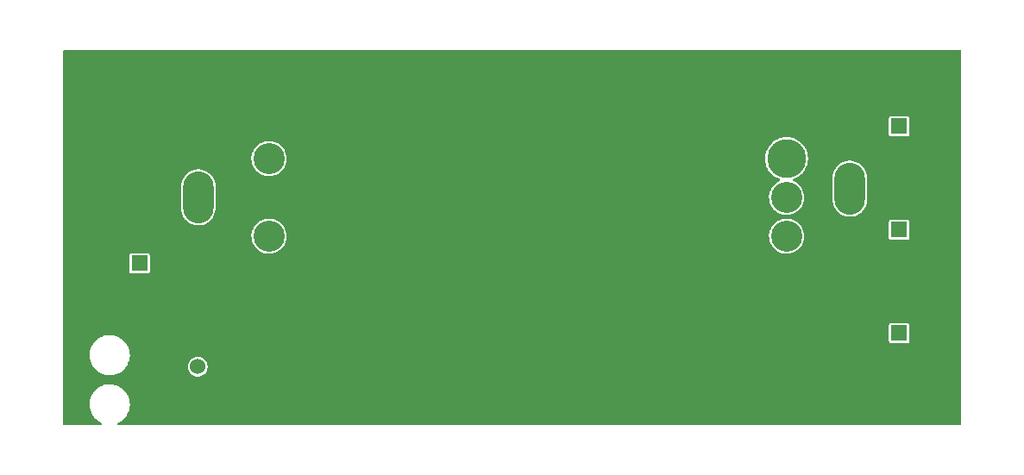
<source format=gbr>
%TF.GenerationSoftware,KiCad,Pcbnew,(6.0.7)*%
%TF.CreationDate,2023-03-20T21:12:09-05:00*%
%TF.ProjectId,2023,32303233-2e6b-4696-9361-645f70636258,rev?*%
%TF.SameCoordinates,Original*%
%TF.FileFunction,Copper,L2,Bot*%
%TF.FilePolarity,Positive*%
%FSLAX46Y46*%
G04 Gerber Fmt 4.6, Leading zero omitted, Abs format (unit mm)*
G04 Created by KiCad (PCBNEW (6.0.7)) date 2023-03-20 21:12:09*
%MOMM*%
%LPD*%
G01*
G04 APERTURE LIST*
%TA.AperFunction,ComponentPad*%
%ADD10O,3.000000X5.100000*%
%TD*%
%TA.AperFunction,ComponentPad*%
%ADD11C,3.048000*%
%TD*%
%TA.AperFunction,ComponentPad*%
%ADD12C,3.810000*%
%TD*%
%TA.AperFunction,ComponentPad*%
%ADD13C,1.524000*%
%TD*%
%TA.AperFunction,ComponentPad*%
%ADD14R,1.600000X1.600000*%
%TD*%
%TA.AperFunction,ComponentPad*%
%ADD15C,1.600000*%
%TD*%
%TA.AperFunction,ViaPad*%
%ADD16C,0.800000*%
%TD*%
%TA.AperFunction,Conductor*%
%ADD17C,5.080000*%
%TD*%
%TA.AperFunction,Conductor*%
%ADD18C,7.620000*%
%TD*%
G04 APERTURE END LIST*
D10*
%TO.P,Conn3,2,V+Log*%
%TO.N,Net-(C5-Pad1)*%
X178936600Y-79036000D03*
%TO.P,Conn3,1,GND*%
%TO.N,GND*%
X178936600Y-86910000D03*
%TD*%
D11*
%TO.P,VR1,3,-VIN*%
%TO.N,GND*%
X121920000Y-91313000D03*
%TO.P,VR1,2,REMOTE*%
%TO.N,Net-(Conn2-Pad2)*%
X121920000Y-83693000D03*
%TO.P,VR1,1,+VIN*%
%TO.N,Net-(C1-Pad1)*%
X121920000Y-76073000D03*
D12*
%TO.P,VR1,4,-VOUT*%
%TO.N,GND*%
X172720000Y-91313000D03*
%TO.P,VR1,8,+VOUT*%
%TO.N,Net-(C5-Pad1)*%
X172720000Y-76073000D03*
D11*
%TO.P,VR1,7,SENSE(+)*%
X172720000Y-79883000D03*
%TO.P,VR1,6,TRIM*%
%TO.N,unconnected-(VR1-Pad6)*%
X172720000Y-83693000D03*
%TO.P,VR1,5,SENSE(-)*%
%TO.N,GND*%
X172720000Y-87503000D03*
%TD*%
D13*
%TO.P,Conn2,2*%
%TO.N,Net-(Conn2-Pad2)*%
X114935000Y-96520000D03*
%TO.P,Conn2,1*%
%TO.N,GND*%
X114935000Y-99060000D03*
%TD*%
D10*
%TO.P,Conn1,2,V+Log*%
%TO.N,Net-(C1-Pad1)*%
X114997200Y-79883000D03*
%TO.P,Conn1,1,GND*%
%TO.N,GND*%
X114997200Y-87757000D03*
%TD*%
D14*
%TO.P,C7,1*%
%TO.N,Net-(C5-Pad1)*%
X183767349Y-72898000D03*
D15*
%TO.P,C7,2*%
%TO.N,GND*%
X187267349Y-72898000D03*
%TD*%
%TO.P,C6,2*%
%TO.N,GND*%
X187267349Y-93218000D03*
D14*
%TO.P,C6,1*%
%TO.N,Net-(C5-Pad1)*%
X183767349Y-93218000D03*
%TD*%
%TO.P,C5,1*%
%TO.N,Net-(C5-Pad1)*%
X183767349Y-83058000D03*
D15*
%TO.P,C5,2*%
%TO.N,GND*%
X187267349Y-83058000D03*
%TD*%
D14*
%TO.P,C1,1*%
%TO.N,Net-(C1-Pad1)*%
X109220000Y-86360000D03*
D15*
%TO.P,C1,2*%
%TO.N,GND*%
X109220000Y-84360000D03*
%TD*%
D16*
%TO.N,GND*%
X107696000Y-69850000D03*
X107696000Y-74168000D03*
X107696000Y-75692000D03*
X107696000Y-79248000D03*
X107696000Y-80772000D03*
%TD*%
D17*
%TO.N,GND*%
X118364000Y-87757000D02*
X121920000Y-91313000D01*
X114997200Y-87757000D02*
X118364000Y-87757000D01*
D18*
X172720000Y-91313000D02*
X174533600Y-91313000D01*
X174533600Y-91313000D02*
X178936600Y-86910000D01*
%TD*%
%TA.AperFunction,Conductor*%
%TO.N,GND*%
G36*
X189806621Y-65425502D02*
G01*
X189853114Y-65479158D01*
X189864500Y-65531500D01*
X189864500Y-102108500D01*
X189844498Y-102176621D01*
X189790842Y-102223114D01*
X189738500Y-102234500D01*
X107192955Y-102234500D01*
X107124834Y-102214498D01*
X107078341Y-102160842D01*
X107068237Y-102090568D01*
X107097731Y-102025988D01*
X107133123Y-101997612D01*
X107352314Y-101879343D01*
X107356230Y-101877230D01*
X107581262Y-101711019D01*
X107623060Y-101669873D01*
X107777448Y-101517890D01*
X107780629Y-101514759D01*
X107783330Y-101511220D01*
X107783336Y-101511213D01*
X107947653Y-101295905D01*
X107950355Y-101292365D01*
X108087052Y-101048275D01*
X108088653Y-101044136D01*
X108088657Y-101044128D01*
X108186389Y-100791503D01*
X108187992Y-100787360D01*
X108251162Y-100514826D01*
X108275302Y-100236109D01*
X108259929Y-99956772D01*
X108205350Y-99682387D01*
X108112655Y-99418430D01*
X107983693Y-99170168D01*
X107821037Y-98942552D01*
X107627932Y-98740127D01*
X107575739Y-98698981D01*
X107411727Y-98569684D01*
X107411725Y-98569682D01*
X107408232Y-98566929D01*
X107294253Y-98500725D01*
X107170174Y-98428653D01*
X107170168Y-98428650D01*
X107166320Y-98426415D01*
X107097112Y-98398383D01*
X106911154Y-98323062D01*
X106911146Y-98323059D01*
X106907022Y-98321389D01*
X106635513Y-98253946D01*
X106396923Y-98229500D01*
X106223734Y-98229500D01*
X106015939Y-98244213D01*
X106011584Y-98245151D01*
X106011581Y-98245151D01*
X105746792Y-98302158D01*
X105746790Y-98302158D01*
X105742445Y-98303094D01*
X105479977Y-98399924D01*
X105476059Y-98402038D01*
X105430881Y-98426415D01*
X105233770Y-98532770D01*
X105008738Y-98698981D01*
X105005559Y-98702110D01*
X105005556Y-98702113D01*
X104910851Y-98795343D01*
X104809371Y-98895241D01*
X104806670Y-98898780D01*
X104806664Y-98898787D01*
X104693828Y-99046639D01*
X104639645Y-99117635D01*
X104502948Y-99361725D01*
X104501347Y-99365864D01*
X104501343Y-99365872D01*
X104426572Y-99559146D01*
X104402008Y-99622640D01*
X104338838Y-99895174D01*
X104314698Y-100173891D01*
X104330071Y-100453228D01*
X104384650Y-100727613D01*
X104477345Y-100991570D01*
X104606307Y-101239832D01*
X104768963Y-101467448D01*
X104962068Y-101669873D01*
X104965564Y-101672629D01*
X104965565Y-101672630D01*
X105017627Y-101713672D01*
X105181768Y-101843071D01*
X105240577Y-101877230D01*
X105419826Y-101981347D01*
X105419832Y-101981350D01*
X105423680Y-101983585D01*
X105427819Y-101985261D01*
X105427818Y-101985261D01*
X105443754Y-101991716D01*
X105499384Y-102035828D01*
X105522333Y-102103013D01*
X105505317Y-102171940D01*
X105453737Y-102220725D01*
X105396453Y-102234500D01*
X101853500Y-102234500D01*
X101785379Y-102214498D01*
X101738886Y-102160842D01*
X101727500Y-102108500D01*
X101727500Y-95345891D01*
X104318698Y-95345891D01*
X104334071Y-95625228D01*
X104388650Y-95899613D01*
X104481345Y-96163570D01*
X104610307Y-96411832D01*
X104650377Y-96467905D01*
X104709407Y-96550509D01*
X104772963Y-96639448D01*
X104966068Y-96841873D01*
X104969564Y-96844629D01*
X104969565Y-96844630D01*
X105021627Y-96885672D01*
X105185768Y-97015071D01*
X105243744Y-97048746D01*
X105423826Y-97153347D01*
X105423832Y-97153350D01*
X105427680Y-97155585D01*
X105431813Y-97157259D01*
X105682846Y-97258938D01*
X105682854Y-97258941D01*
X105686978Y-97260611D01*
X105958487Y-97328054D01*
X106197077Y-97352500D01*
X106370266Y-97352500D01*
X106578061Y-97337787D01*
X106582416Y-97336849D01*
X106582419Y-97336849D01*
X106847208Y-97279842D01*
X106847210Y-97279842D01*
X106851555Y-97278906D01*
X107114023Y-97182076D01*
X107160017Y-97157259D01*
X107356314Y-97051343D01*
X107360230Y-97049230D01*
X107585262Y-96883019D01*
X107598376Y-96870110D01*
X107736364Y-96734272D01*
X107784629Y-96686759D01*
X107787330Y-96683220D01*
X107787336Y-96683213D01*
X107917513Y-96512639D01*
X107922201Y-96506496D01*
X113967937Y-96506496D01*
X113968453Y-96512639D01*
X113982777Y-96683213D01*
X113983732Y-96694590D01*
X113985431Y-96700515D01*
X114025965Y-96841873D01*
X114035760Y-96876034D01*
X114122040Y-97043917D01*
X114125865Y-97048743D01*
X114125867Y-97048746D01*
X114235456Y-97187014D01*
X114235460Y-97187019D01*
X114239285Y-97191844D01*
X114383030Y-97314180D01*
X114388408Y-97317186D01*
X114388410Y-97317187D01*
X114451313Y-97352342D01*
X114547800Y-97406267D01*
X114727317Y-97464595D01*
X114914745Y-97486945D01*
X114920880Y-97486473D01*
X114920882Y-97486473D01*
X115096803Y-97472937D01*
X115096807Y-97472936D01*
X115102945Y-97472464D01*
X115108877Y-97470808D01*
X115108881Y-97470807D01*
X115278804Y-97423363D01*
X115278808Y-97423362D01*
X115284748Y-97421703D01*
X115422061Y-97352342D01*
X115447728Y-97339377D01*
X115447730Y-97339376D01*
X115453229Y-97336598D01*
X115601970Y-97220388D01*
X115605996Y-97215724D01*
X115605999Y-97215721D01*
X115721278Y-97082169D01*
X115721279Y-97082167D01*
X115725307Y-97077501D01*
X115818542Y-96913378D01*
X115878123Y-96734272D01*
X115901780Y-96547005D01*
X115902157Y-96520000D01*
X115883738Y-96332145D01*
X115829181Y-96151445D01*
X115740566Y-95984783D01*
X115621266Y-95838508D01*
X115615475Y-95833717D01*
X115480577Y-95722120D01*
X115480574Y-95722118D01*
X115475827Y-95718191D01*
X115309788Y-95628414D01*
X115129474Y-95572597D01*
X115123356Y-95571954D01*
X115123351Y-95571953D01*
X114947881Y-95553511D01*
X114947879Y-95553511D01*
X114941752Y-95552867D01*
X114826125Y-95563390D01*
X114759914Y-95569415D01*
X114759913Y-95569415D01*
X114753773Y-95569974D01*
X114572697Y-95623268D01*
X114567232Y-95626125D01*
X114442822Y-95691165D01*
X114405420Y-95710718D01*
X114258316Y-95828993D01*
X114136986Y-95973588D01*
X114046052Y-96138996D01*
X113988978Y-96318917D01*
X113988292Y-96325036D01*
X113988291Y-96325039D01*
X113978149Y-96415453D01*
X113967937Y-96506496D01*
X107922201Y-96506496D01*
X107954355Y-96464365D01*
X108031707Y-96326243D01*
X108088876Y-96224161D01*
X108088877Y-96224158D01*
X108091052Y-96220275D01*
X108092653Y-96216136D01*
X108092657Y-96216128D01*
X108180052Y-95990224D01*
X108191992Y-95959360D01*
X108221115Y-95833717D01*
X108249624Y-95710718D01*
X108255162Y-95686826D01*
X108279302Y-95408109D01*
X108263929Y-95128772D01*
X108209350Y-94854387D01*
X108116655Y-94590430D01*
X107987693Y-94342168D01*
X107886080Y-94199974D01*
X107827625Y-94118173D01*
X107827622Y-94118169D01*
X107825037Y-94114552D01*
X107751769Y-94037748D01*
X182766849Y-94037748D01*
X182768056Y-94043816D01*
X182772716Y-94067241D01*
X182778482Y-94096231D01*
X182822797Y-94162552D01*
X182889118Y-94206867D01*
X182901287Y-94209288D01*
X182901288Y-94209288D01*
X182941533Y-94217293D01*
X182947601Y-94218500D01*
X184587097Y-94218500D01*
X184593165Y-94217293D01*
X184633410Y-94209288D01*
X184633411Y-94209288D01*
X184645580Y-94206867D01*
X184711901Y-94162552D01*
X184756216Y-94096231D01*
X184761983Y-94067241D01*
X184766642Y-94043816D01*
X184767849Y-94037748D01*
X184767849Y-92398252D01*
X184756216Y-92339769D01*
X184711901Y-92273448D01*
X184645580Y-92229133D01*
X184633411Y-92226712D01*
X184633410Y-92226712D01*
X184593165Y-92218707D01*
X184587097Y-92217500D01*
X182947601Y-92217500D01*
X182941533Y-92218707D01*
X182901288Y-92226712D01*
X182901287Y-92226712D01*
X182889118Y-92229133D01*
X182822797Y-92273448D01*
X182778482Y-92339769D01*
X182766849Y-92398252D01*
X182766849Y-94037748D01*
X107751769Y-94037748D01*
X107631932Y-93912127D01*
X107579739Y-93870981D01*
X107415727Y-93741684D01*
X107415725Y-93741682D01*
X107412232Y-93738929D01*
X107298253Y-93672725D01*
X107174174Y-93600653D01*
X107174168Y-93600650D01*
X107170320Y-93598415D01*
X107101112Y-93570383D01*
X106915154Y-93495062D01*
X106915146Y-93495059D01*
X106911022Y-93493389D01*
X106639513Y-93425946D01*
X106400923Y-93401500D01*
X106227734Y-93401500D01*
X106019939Y-93416213D01*
X106015584Y-93417151D01*
X106015581Y-93417151D01*
X105750792Y-93474158D01*
X105750790Y-93474158D01*
X105746445Y-93475094D01*
X105483977Y-93571924D01*
X105480059Y-93574038D01*
X105434881Y-93598415D01*
X105237770Y-93704770D01*
X105012738Y-93870981D01*
X105009559Y-93874110D01*
X105009556Y-93874113D01*
X104914851Y-93967343D01*
X104813371Y-94067241D01*
X104810670Y-94070780D01*
X104810664Y-94070787D01*
X104748502Y-94152239D01*
X104643645Y-94289635D01*
X104506948Y-94533725D01*
X104505347Y-94537864D01*
X104505343Y-94537872D01*
X104430572Y-94731146D01*
X104406008Y-94794640D01*
X104342838Y-95067174D01*
X104318698Y-95345891D01*
X101727500Y-95345891D01*
X101727500Y-87179748D01*
X108219500Y-87179748D01*
X108231133Y-87238231D01*
X108275448Y-87304552D01*
X108341769Y-87348867D01*
X108353938Y-87351288D01*
X108353939Y-87351288D01*
X108394184Y-87359293D01*
X108400252Y-87360500D01*
X110039748Y-87360500D01*
X110045816Y-87359293D01*
X110086061Y-87351288D01*
X110086062Y-87351288D01*
X110098231Y-87348867D01*
X110164552Y-87304552D01*
X110208867Y-87238231D01*
X110220500Y-87179748D01*
X110220500Y-85540252D01*
X110208867Y-85481769D01*
X110164552Y-85415448D01*
X110098231Y-85371133D01*
X110086062Y-85368712D01*
X110086061Y-85368712D01*
X110045816Y-85360707D01*
X110039748Y-85359500D01*
X108400252Y-85359500D01*
X108394184Y-85360707D01*
X108353939Y-85368712D01*
X108353938Y-85368712D01*
X108341769Y-85371133D01*
X108275448Y-85415448D01*
X108231133Y-85481769D01*
X108219500Y-85540252D01*
X108219500Y-87179748D01*
X101727500Y-87179748D01*
X101727500Y-83647731D01*
X120191257Y-83647731D01*
X120203554Y-83903753D01*
X120253559Y-84155145D01*
X120340173Y-84396384D01*
X120461493Y-84622172D01*
X120464288Y-84625915D01*
X120464290Y-84625918D01*
X120612062Y-84823808D01*
X120612067Y-84823814D01*
X120614854Y-84827546D01*
X120618163Y-84830826D01*
X120618168Y-84830832D01*
X120717671Y-84929470D01*
X120796886Y-85007997D01*
X120800648Y-85010755D01*
X120800651Y-85010758D01*
X120907420Y-85089044D01*
X121003592Y-85159560D01*
X121007727Y-85161736D01*
X121007731Y-85161738D01*
X121131660Y-85226940D01*
X121230429Y-85278905D01*
X121366071Y-85326273D01*
X121464675Y-85360707D01*
X121472415Y-85363410D01*
X121477008Y-85364282D01*
X121710208Y-85408557D01*
X121724234Y-85411220D01*
X121846039Y-85416006D01*
X121975685Y-85421100D01*
X121975690Y-85421100D01*
X121980353Y-85421283D01*
X122235146Y-85393378D01*
X122239657Y-85392190D01*
X122239659Y-85392190D01*
X122478494Y-85329310D01*
X122478496Y-85329309D01*
X122483017Y-85328119D01*
X122487314Y-85326273D01*
X122714224Y-85228785D01*
X122714226Y-85228784D01*
X122718518Y-85226940D01*
X122936478Y-85092062D01*
X123132108Y-84926450D01*
X123301109Y-84733740D01*
X123439770Y-84518168D01*
X123545044Y-84284468D01*
X123546314Y-84279965D01*
X123613349Y-84042278D01*
X123613350Y-84042275D01*
X123614619Y-84037774D01*
X123646966Y-83783506D01*
X123649336Y-83693000D01*
X123645972Y-83647731D01*
X170991257Y-83647731D01*
X171003554Y-83903753D01*
X171053559Y-84155145D01*
X171140173Y-84396384D01*
X171261493Y-84622172D01*
X171264288Y-84625915D01*
X171264290Y-84625918D01*
X171412062Y-84823808D01*
X171412067Y-84823814D01*
X171414854Y-84827546D01*
X171418163Y-84830826D01*
X171418168Y-84830832D01*
X171517671Y-84929470D01*
X171596886Y-85007997D01*
X171600648Y-85010755D01*
X171600651Y-85010758D01*
X171707420Y-85089044D01*
X171803592Y-85159560D01*
X171807727Y-85161736D01*
X171807731Y-85161738D01*
X171931660Y-85226940D01*
X172030429Y-85278905D01*
X172166071Y-85326273D01*
X172264675Y-85360707D01*
X172272415Y-85363410D01*
X172277008Y-85364282D01*
X172510208Y-85408557D01*
X172524234Y-85411220D01*
X172646039Y-85416006D01*
X172775685Y-85421100D01*
X172775690Y-85421100D01*
X172780353Y-85421283D01*
X173035146Y-85393378D01*
X173039657Y-85392190D01*
X173039659Y-85392190D01*
X173278494Y-85329310D01*
X173278496Y-85329309D01*
X173283017Y-85328119D01*
X173287314Y-85326273D01*
X173514224Y-85228785D01*
X173514226Y-85228784D01*
X173518518Y-85226940D01*
X173736478Y-85092062D01*
X173932108Y-84926450D01*
X174101109Y-84733740D01*
X174239770Y-84518168D01*
X174345044Y-84284468D01*
X174346314Y-84279965D01*
X174413349Y-84042278D01*
X174413350Y-84042275D01*
X174414619Y-84037774D01*
X174434977Y-83877748D01*
X182766849Y-83877748D01*
X182778482Y-83936231D01*
X182822797Y-84002552D01*
X182889118Y-84046867D01*
X182901287Y-84049288D01*
X182901288Y-84049288D01*
X182941533Y-84057293D01*
X182947601Y-84058500D01*
X184587097Y-84058500D01*
X184593165Y-84057293D01*
X184633410Y-84049288D01*
X184633411Y-84049288D01*
X184645580Y-84046867D01*
X184711901Y-84002552D01*
X184756216Y-83936231D01*
X184767849Y-83877748D01*
X184767849Y-82238252D01*
X184760828Y-82202954D01*
X184758637Y-82191939D01*
X184758637Y-82191938D01*
X184756216Y-82179769D01*
X184711901Y-82113448D01*
X184645580Y-82069133D01*
X184633411Y-82066712D01*
X184633410Y-82066712D01*
X184593165Y-82058707D01*
X184587097Y-82057500D01*
X182947601Y-82057500D01*
X182941533Y-82058707D01*
X182901288Y-82066712D01*
X182901287Y-82066712D01*
X182889118Y-82069133D01*
X182822797Y-82113448D01*
X182778482Y-82179769D01*
X182776061Y-82191938D01*
X182776061Y-82191939D01*
X182773870Y-82202954D01*
X182766849Y-82238252D01*
X182766849Y-83877748D01*
X174434977Y-83877748D01*
X174446966Y-83783506D01*
X174449336Y-83693000D01*
X174430341Y-83437388D01*
X174373772Y-83187391D01*
X174372079Y-83183037D01*
X174282566Y-82952855D01*
X174282565Y-82952853D01*
X174280873Y-82948502D01*
X174153685Y-82725968D01*
X174074342Y-82625323D01*
X173997892Y-82528346D01*
X173997889Y-82528343D01*
X173995000Y-82524678D01*
X173808306Y-82349054D01*
X173705013Y-82277397D01*
X173601546Y-82205619D01*
X173601543Y-82205617D01*
X173597704Y-82202954D01*
X173550690Y-82179769D01*
X173372009Y-82091653D01*
X173372006Y-82091652D01*
X173367821Y-82089588D01*
X173325454Y-82076026D01*
X173224029Y-82043560D01*
X173123705Y-82011446D01*
X173119098Y-82010696D01*
X173119095Y-82010695D01*
X172875333Y-81970996D01*
X172875334Y-81970996D01*
X172870722Y-81970245D01*
X172746296Y-81968616D01*
X172619104Y-81966951D01*
X172619101Y-81966951D01*
X172614427Y-81966890D01*
X172360451Y-82001454D01*
X172355965Y-82002762D01*
X172355963Y-82002762D01*
X172326170Y-82011446D01*
X172114374Y-82073179D01*
X171881601Y-82180489D01*
X171833580Y-82211973D01*
X171671160Y-82318460D01*
X171671155Y-82318464D01*
X171667247Y-82321026D01*
X171476020Y-82491702D01*
X171312121Y-82688769D01*
X171179150Y-82907898D01*
X171080030Y-83144274D01*
X171016936Y-83392704D01*
X170991257Y-83647731D01*
X123645972Y-83647731D01*
X123630341Y-83437388D01*
X123573772Y-83187391D01*
X123572079Y-83183037D01*
X123482566Y-82952855D01*
X123482565Y-82952853D01*
X123480873Y-82948502D01*
X123353685Y-82725968D01*
X123274342Y-82625323D01*
X123197892Y-82528346D01*
X123197889Y-82528343D01*
X123195000Y-82524678D01*
X123008306Y-82349054D01*
X122905013Y-82277397D01*
X122801546Y-82205619D01*
X122801543Y-82205617D01*
X122797704Y-82202954D01*
X122750690Y-82179769D01*
X122572009Y-82091653D01*
X122572006Y-82091652D01*
X122567821Y-82089588D01*
X122525454Y-82076026D01*
X122424029Y-82043560D01*
X122323705Y-82011446D01*
X122319098Y-82010696D01*
X122319095Y-82010695D01*
X122075333Y-81970996D01*
X122075334Y-81970996D01*
X122070722Y-81970245D01*
X121946296Y-81968616D01*
X121819104Y-81966951D01*
X121819101Y-81966951D01*
X121814427Y-81966890D01*
X121560451Y-82001454D01*
X121555965Y-82002762D01*
X121555963Y-82002762D01*
X121526170Y-82011446D01*
X121314374Y-82073179D01*
X121081601Y-82180489D01*
X121033580Y-82211973D01*
X120871160Y-82318460D01*
X120871155Y-82318464D01*
X120867247Y-82321026D01*
X120676020Y-82491702D01*
X120512121Y-82688769D01*
X120379150Y-82907898D01*
X120280030Y-83144274D01*
X120216936Y-83392704D01*
X120191257Y-83647731D01*
X101727500Y-83647731D01*
X101727500Y-80998782D01*
X113296700Y-80998782D01*
X113296881Y-81001161D01*
X113296881Y-81001162D01*
X113305881Y-81119470D01*
X113311320Y-81190976D01*
X113369739Y-81443015D01*
X113465610Y-81683318D01*
X113596727Y-81906354D01*
X113599748Y-81910065D01*
X113599751Y-81910069D01*
X113674150Y-82001454D01*
X113760071Y-82106991D01*
X113951885Y-82280613D01*
X113955883Y-82283254D01*
X113955884Y-82283255D01*
X114060337Y-82352260D01*
X114167753Y-82423222D01*
X114172093Y-82425223D01*
X114172097Y-82425225D01*
X114398357Y-82529532D01*
X114398360Y-82529533D01*
X114402709Y-82531538D01*
X114651345Y-82603068D01*
X114656083Y-82603679D01*
X114656087Y-82603680D01*
X114903204Y-82635556D01*
X114907941Y-82636167D01*
X115048932Y-82632844D01*
X115161810Y-82630184D01*
X115161814Y-82630184D01*
X115166590Y-82630071D01*
X115247578Y-82615718D01*
X115416638Y-82585756D01*
X115416642Y-82585755D01*
X115421342Y-82584922D01*
X115666333Y-82501759D01*
X115895925Y-82382495D01*
X116104836Y-82229875D01*
X116129220Y-82205619D01*
X116243784Y-82091653D01*
X116288258Y-82047411D01*
X116291099Y-82043565D01*
X116291103Y-82043560D01*
X116439125Y-81843154D01*
X116439126Y-81843153D01*
X116441970Y-81839302D01*
X116468348Y-81789167D01*
X116560205Y-81614574D01*
X116560206Y-81614572D01*
X116562434Y-81610337D01*
X116646879Y-81365785D01*
X116693361Y-81111274D01*
X116697700Y-81028481D01*
X116697700Y-78767218D01*
X116683080Y-78575024D01*
X116667652Y-78508460D01*
X116625742Y-78327649D01*
X116624661Y-78322985D01*
X116528790Y-78082682D01*
X116397673Y-77859646D01*
X116365927Y-77820651D01*
X116237351Y-77662721D01*
X116234329Y-77659009D01*
X116042515Y-77485387D01*
X115826647Y-77342778D01*
X115822307Y-77340777D01*
X115822303Y-77340775D01*
X115596043Y-77236468D01*
X115596040Y-77236467D01*
X115591691Y-77234462D01*
X115343055Y-77162932D01*
X115338317Y-77162321D01*
X115338313Y-77162320D01*
X115091196Y-77130444D01*
X115086459Y-77129833D01*
X114945468Y-77133156D01*
X114832590Y-77135816D01*
X114832586Y-77135816D01*
X114827810Y-77135929D01*
X114785317Y-77143460D01*
X114577762Y-77180244D01*
X114577758Y-77180245D01*
X114573058Y-77181078D01*
X114328067Y-77264241D01*
X114098475Y-77383505D01*
X113889564Y-77536125D01*
X113886172Y-77539499D01*
X113886170Y-77539501D01*
X113798688Y-77626526D01*
X113706142Y-77718589D01*
X113703301Y-77722435D01*
X113703297Y-77722440D01*
X113604699Y-77855931D01*
X113552430Y-77926698D01*
X113550204Y-77930928D01*
X113550202Y-77930932D01*
X113472536Y-78078552D01*
X113431966Y-78155663D01*
X113347521Y-78400215D01*
X113301039Y-78654726D01*
X113296700Y-78737519D01*
X113296700Y-80998782D01*
X101727500Y-80998782D01*
X101727500Y-76027731D01*
X120191257Y-76027731D01*
X120191481Y-76032398D01*
X120191481Y-76032403D01*
X120197405Y-76155742D01*
X120203554Y-76283753D01*
X120253559Y-76535145D01*
X120340173Y-76776384D01*
X120375823Y-76842733D01*
X120434281Y-76951527D01*
X120461493Y-77002172D01*
X120464288Y-77005915D01*
X120464290Y-77005918D01*
X120612062Y-77203808D01*
X120612067Y-77203814D01*
X120614854Y-77207546D01*
X120618163Y-77210826D01*
X120618168Y-77210832D01*
X120792736Y-77383883D01*
X120796886Y-77387997D01*
X120800648Y-77390755D01*
X120800651Y-77390758D01*
X120923247Y-77480649D01*
X121003592Y-77539560D01*
X121007727Y-77541736D01*
X121007731Y-77541738D01*
X121131660Y-77606940D01*
X121230429Y-77658905D01*
X121366071Y-77706273D01*
X121442007Y-77732791D01*
X121472415Y-77743410D01*
X121477008Y-77744282D01*
X121624002Y-77772190D01*
X121724234Y-77791220D01*
X121846039Y-77796006D01*
X121975685Y-77801100D01*
X121975690Y-77801100D01*
X121980353Y-77801283D01*
X122235146Y-77773378D01*
X122239657Y-77772190D01*
X122239659Y-77772190D01*
X122478494Y-77709310D01*
X122478496Y-77709309D01*
X122483017Y-77708119D01*
X122588684Y-77662721D01*
X122714224Y-77608785D01*
X122714226Y-77608784D01*
X122718518Y-77606940D01*
X122914945Y-77485387D01*
X122932503Y-77474522D01*
X122932505Y-77474521D01*
X122936478Y-77472062D01*
X123036900Y-77387049D01*
X123128541Y-77309470D01*
X123128543Y-77309468D01*
X123132108Y-77306450D01*
X123301109Y-77113740D01*
X123320283Y-77083932D01*
X123437242Y-76902098D01*
X123439770Y-76898168D01*
X123545044Y-76664468D01*
X123553145Y-76635745D01*
X123613349Y-76422278D01*
X123613350Y-76422275D01*
X123614619Y-76417774D01*
X123625071Y-76335615D01*
X123646568Y-76166637D01*
X123646568Y-76166631D01*
X123646966Y-76163506D01*
X123649336Y-76073000D01*
X123647694Y-76050900D01*
X170609696Y-76050900D01*
X170626221Y-76337506D01*
X170627046Y-76341713D01*
X170627047Y-76341718D01*
X170641969Y-76417774D01*
X170681491Y-76619217D01*
X170682878Y-76623267D01*
X170682879Y-76623272D01*
X170748769Y-76815721D01*
X170774482Y-76890821D01*
X170776409Y-76894652D01*
X170897759Y-77135929D01*
X170903473Y-77147291D01*
X171066078Y-77383883D01*
X171072334Y-77390758D01*
X171204608Y-77536125D01*
X171259287Y-77596217D01*
X171313263Y-77641348D01*
X171476234Y-77777614D01*
X171476239Y-77777618D01*
X171479526Y-77780366D01*
X171543746Y-77820651D01*
X171719079Y-77930637D01*
X171719083Y-77930639D01*
X171722719Y-77932920D01*
X171790065Y-77963328D01*
X171980455Y-78049293D01*
X171980459Y-78049295D01*
X171984367Y-78051059D01*
X171988487Y-78052279D01*
X171988486Y-78052279D01*
X172022660Y-78062402D01*
X172082295Y-78100928D01*
X172111634Y-78165578D01*
X172101363Y-78235828D01*
X172054742Y-78289373D01*
X172039627Y-78297638D01*
X171881601Y-78370489D01*
X171843168Y-78395687D01*
X171671160Y-78508460D01*
X171671155Y-78508464D01*
X171667247Y-78511026D01*
X171476020Y-78681702D01*
X171312121Y-78878769D01*
X171179150Y-79097898D01*
X171080030Y-79334274D01*
X171016936Y-79582704D01*
X170991257Y-79837731D01*
X171003554Y-80093753D01*
X171053559Y-80345145D01*
X171140173Y-80586384D01*
X171142389Y-80590508D01*
X171237530Y-80767574D01*
X171261493Y-80812172D01*
X171264288Y-80815915D01*
X171264290Y-80815918D01*
X171412062Y-81013808D01*
X171412067Y-81013814D01*
X171414854Y-81017546D01*
X171418163Y-81020826D01*
X171418168Y-81020832D01*
X171589803Y-81190976D01*
X171596886Y-81197997D01*
X171600648Y-81200755D01*
X171600651Y-81200758D01*
X171707420Y-81279044D01*
X171803592Y-81349560D01*
X171807727Y-81351736D01*
X171807731Y-81351738D01*
X171931660Y-81416940D01*
X172030429Y-81468905D01*
X172166071Y-81516273D01*
X172227423Y-81537698D01*
X172272415Y-81553410D01*
X172277008Y-81554282D01*
X172424002Y-81582190D01*
X172524234Y-81601220D01*
X172641006Y-81605808D01*
X172775685Y-81611100D01*
X172775690Y-81611100D01*
X172780353Y-81611283D01*
X173035146Y-81583378D01*
X173039657Y-81582190D01*
X173039659Y-81582190D01*
X173278494Y-81519310D01*
X173278496Y-81519309D01*
X173283017Y-81518119D01*
X173287314Y-81516273D01*
X173514224Y-81418785D01*
X173514226Y-81418784D01*
X173518518Y-81416940D01*
X173736478Y-81282062D01*
X173758753Y-81263205D01*
X173928541Y-81119470D01*
X173928543Y-81119468D01*
X173932108Y-81116450D01*
X174101109Y-80923740D01*
X174154685Y-80840448D01*
X174237242Y-80712098D01*
X174239770Y-80708168D01*
X174345044Y-80474468D01*
X174346314Y-80469965D01*
X174413349Y-80232278D01*
X174413350Y-80232275D01*
X174414619Y-80227774D01*
X174424286Y-80151782D01*
X177236100Y-80151782D01*
X177236281Y-80154161D01*
X177236281Y-80154162D01*
X177241881Y-80227774D01*
X177250720Y-80343976D01*
X177251799Y-80348630D01*
X177251799Y-80348632D01*
X177279922Y-80469965D01*
X177309139Y-80596015D01*
X177405010Y-80836318D01*
X177536127Y-81059354D01*
X177539148Y-81063065D01*
X177539151Y-81063069D01*
X177647830Y-81196560D01*
X177699471Y-81259991D01*
X177891285Y-81433613D01*
X178107153Y-81576222D01*
X178111493Y-81578223D01*
X178111497Y-81578225D01*
X178337757Y-81682532D01*
X178337760Y-81682533D01*
X178342109Y-81684538D01*
X178590745Y-81756068D01*
X178595483Y-81756679D01*
X178595487Y-81756680D01*
X178842604Y-81788556D01*
X178847341Y-81789167D01*
X178988332Y-81785844D01*
X179101210Y-81783184D01*
X179101214Y-81783184D01*
X179105990Y-81783071D01*
X179186979Y-81768718D01*
X179356038Y-81738756D01*
X179356042Y-81738755D01*
X179360742Y-81737922D01*
X179605733Y-81654759D01*
X179835325Y-81535495D01*
X180044236Y-81382875D01*
X180066151Y-81361075D01*
X180224265Y-81203786D01*
X180227658Y-81200411D01*
X180230499Y-81196565D01*
X180230503Y-81196560D01*
X180378525Y-80996154D01*
X180378526Y-80996153D01*
X180381370Y-80992302D01*
X180478309Y-80808052D01*
X180499605Y-80767574D01*
X180499606Y-80767572D01*
X180501834Y-80763337D01*
X180586279Y-80518785D01*
X180632761Y-80264274D01*
X180637100Y-80181481D01*
X180637100Y-77920218D01*
X180629526Y-77820651D01*
X180622843Y-77732791D01*
X180622842Y-77732786D01*
X180622480Y-77728024D01*
X180618143Y-77709310D01*
X180565142Y-77480649D01*
X180564061Y-77475985D01*
X180468190Y-77235682D01*
X180337073Y-77012646D01*
X180287315Y-76951527D01*
X180176751Y-76815721D01*
X180173729Y-76812009D01*
X179981915Y-76638387D01*
X179959036Y-76623272D01*
X179770040Y-76498416D01*
X179766047Y-76495778D01*
X179761707Y-76493777D01*
X179761703Y-76493775D01*
X179535443Y-76389468D01*
X179535440Y-76389467D01*
X179531091Y-76387462D01*
X179282455Y-76315932D01*
X179277717Y-76315321D01*
X179277713Y-76315320D01*
X179030596Y-76283444D01*
X179025859Y-76282833D01*
X178884868Y-76286156D01*
X178771990Y-76288816D01*
X178771986Y-76288816D01*
X178767210Y-76288929D01*
X178686222Y-76303282D01*
X178517162Y-76333244D01*
X178517158Y-76333245D01*
X178512458Y-76334078D01*
X178267467Y-76417241D01*
X178037875Y-76536505D01*
X177828964Y-76689125D01*
X177645542Y-76871589D01*
X177642701Y-76875435D01*
X177642697Y-76875440D01*
X177546325Y-77005918D01*
X177491830Y-77079698D01*
X177489604Y-77083928D01*
X177489602Y-77083932D01*
X177407422Y-77240132D01*
X177371366Y-77308663D01*
X177286921Y-77553215D01*
X177258413Y-77709310D01*
X177243454Y-77791220D01*
X177240439Y-77807726D01*
X177236100Y-77890519D01*
X177236100Y-80151782D01*
X174424286Y-80151782D01*
X174446966Y-79973506D01*
X174449336Y-79883000D01*
X174430341Y-79627388D01*
X174373772Y-79377391D01*
X174372079Y-79373037D01*
X174282566Y-79142855D01*
X174282565Y-79142853D01*
X174280873Y-79138502D01*
X174153685Y-78915968D01*
X174074343Y-78815323D01*
X173997892Y-78718346D01*
X173997889Y-78718343D01*
X173995000Y-78714678D01*
X173808306Y-78539054D01*
X173597704Y-78392954D01*
X173548182Y-78368532D01*
X173401316Y-78296106D01*
X173349067Y-78248038D01*
X173331100Y-78179352D01*
X173353119Y-78111856D01*
X173408826Y-78066691D01*
X173484465Y-78035360D01*
X173658367Y-77963328D01*
X173835797Y-77859646D01*
X173902529Y-77820651D01*
X173902530Y-77820650D01*
X173906232Y-77818487D01*
X174132147Y-77641348D01*
X174167877Y-77604478D01*
X174260426Y-77508973D01*
X174331930Y-77435187D01*
X174501887Y-77203820D01*
X174514688Y-77180244D01*
X174636820Y-76955303D01*
X174636821Y-76955301D01*
X174638870Y-76951527D01*
X174740346Y-76682978D01*
X174775253Y-76530565D01*
X174803480Y-76407322D01*
X174803481Y-76407317D01*
X174804437Y-76403142D01*
X174829957Y-76117197D01*
X174830420Y-76073000D01*
X174827017Y-76023076D01*
X174811186Y-75790860D01*
X174811185Y-75790854D01*
X174810894Y-75786583D01*
X174752678Y-75505466D01*
X174656848Y-75234851D01*
X174525178Y-74979745D01*
X174360104Y-74744870D01*
X174164682Y-74534570D01*
X174150112Y-74522644D01*
X173945845Y-74355454D01*
X173942527Y-74352738D01*
X173697749Y-74202738D01*
X173434879Y-74087346D01*
X173414894Y-74081653D01*
X173162909Y-74009874D01*
X173162911Y-74009874D01*
X173158781Y-74008698D01*
X172948184Y-73978726D01*
X172878815Y-73968853D01*
X172878813Y-73968853D01*
X172874563Y-73968248D01*
X172870274Y-73968226D01*
X172870267Y-73968225D01*
X172591772Y-73966766D01*
X172591765Y-73966766D01*
X172587486Y-73966744D01*
X172583242Y-73967303D01*
X172583238Y-73967303D01*
X172457823Y-73983815D01*
X172302860Y-74004216D01*
X172298720Y-74005349D01*
X172298718Y-74005349D01*
X172221773Y-74026399D01*
X172025953Y-74079969D01*
X172022005Y-74081653D01*
X171765841Y-74190916D01*
X171765837Y-74190918D01*
X171761889Y-74192602D01*
X171515555Y-74340030D01*
X171512204Y-74342714D01*
X171512202Y-74342716D01*
X171404744Y-74428806D01*
X171291507Y-74519526D01*
X171093893Y-74727768D01*
X170926369Y-74960902D01*
X170924360Y-74964697D01*
X170924359Y-74964698D01*
X170838722Y-75126439D01*
X170792035Y-75214615D01*
X170693377Y-75484212D01*
X170632220Y-75764703D01*
X170609696Y-76050900D01*
X123647694Y-76050900D01*
X123630341Y-75817388D01*
X123624339Y-75790860D01*
X123574803Y-75571948D01*
X123573772Y-75567391D01*
X123572079Y-75563037D01*
X123482566Y-75332855D01*
X123482565Y-75332853D01*
X123480873Y-75328502D01*
X123429657Y-75238892D01*
X123356004Y-75110025D01*
X123356002Y-75110023D01*
X123353685Y-75105968D01*
X123195000Y-74904678D01*
X123008306Y-74729054D01*
X122797704Y-74582954D01*
X122752150Y-74560489D01*
X122572009Y-74471653D01*
X122572006Y-74471652D01*
X122567821Y-74469588D01*
X122522686Y-74455140D01*
X122470776Y-74438524D01*
X122323705Y-74391446D01*
X122319098Y-74390696D01*
X122319095Y-74390695D01*
X122102706Y-74355454D01*
X122070722Y-74350245D01*
X121946296Y-74348616D01*
X121819104Y-74346951D01*
X121819101Y-74346951D01*
X121814427Y-74346890D01*
X121560451Y-74381454D01*
X121555965Y-74382762D01*
X121555963Y-74382762D01*
X121526170Y-74391446D01*
X121314374Y-74453179D01*
X121081601Y-74560489D01*
X121033580Y-74591973D01*
X120871160Y-74698460D01*
X120871155Y-74698464D01*
X120867247Y-74701026D01*
X120676020Y-74871702D01*
X120512121Y-75068769D01*
X120379150Y-75287898D01*
X120280030Y-75524274D01*
X120216936Y-75772704D01*
X120191257Y-76027731D01*
X101727500Y-76027731D01*
X101727500Y-73717748D01*
X182766849Y-73717748D01*
X182778482Y-73776231D01*
X182822797Y-73842552D01*
X182889118Y-73886867D01*
X182901287Y-73889288D01*
X182901288Y-73889288D01*
X182941533Y-73897293D01*
X182947601Y-73898500D01*
X184587097Y-73898500D01*
X184593165Y-73897293D01*
X184633410Y-73889288D01*
X184633411Y-73889288D01*
X184645580Y-73886867D01*
X184711901Y-73842552D01*
X184756216Y-73776231D01*
X184767849Y-73717748D01*
X184767849Y-72078252D01*
X184756216Y-72019769D01*
X184711901Y-71953448D01*
X184645580Y-71909133D01*
X184633411Y-71906712D01*
X184633410Y-71906712D01*
X184593165Y-71898707D01*
X184587097Y-71897500D01*
X182947601Y-71897500D01*
X182941533Y-71898707D01*
X182901288Y-71906712D01*
X182901287Y-71906712D01*
X182889118Y-71909133D01*
X182822797Y-71953448D01*
X182778482Y-72019769D01*
X182766849Y-72078252D01*
X182766849Y-73717748D01*
X101727500Y-73717748D01*
X101727500Y-65531500D01*
X101747502Y-65463379D01*
X101801158Y-65416886D01*
X101853500Y-65405500D01*
X189738500Y-65405500D01*
X189806621Y-65425502D01*
G37*
%TD.AperFunction*%
%TD*%
M02*

</source>
